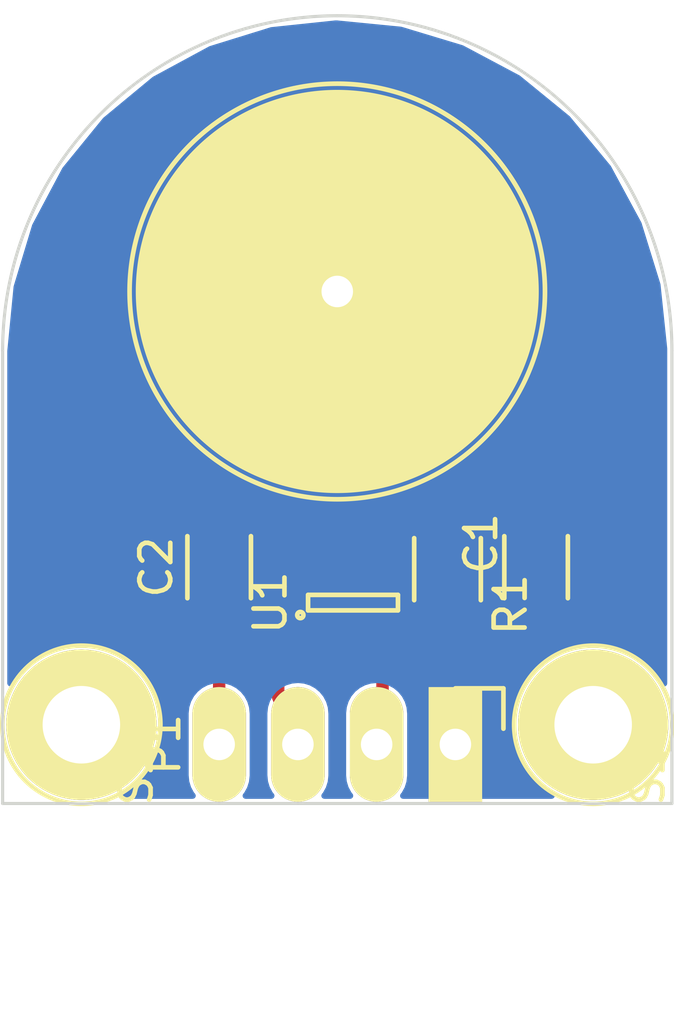
<source format=kicad_pcb>
(kicad_pcb (version 4) (host pcbnew 4.0.2+dfsg1-stable)

  (general
    (links 11)
    (no_connects 0)
    (area 27.254999 20.269999 48.945001 45.770001)
    (thickness 0.8)
    (drawings 5)
    (tracks 19)
    (zones 0)
    (modules 8)
    (nets 7)
  )

  (page A4)
  (title_block
    (title "Capasitive sensor for fpga")
    (date 2017-01-21)
    (rev 0,1)
    (company Holotronic)
  )

  (layers
    (0 F.Cu signal)
    (31 B.Cu signal hide)
    (32 B.Adhes user)
    (33 F.Adhes user)
    (34 B.Paste user)
    (35 F.Paste user)
    (36 B.SilkS user)
    (37 F.SilkS user)
    (38 B.Mask user)
    (39 F.Mask user)
    (40 Dwgs.User user)
    (41 Cmts.User user)
    (42 Eco1.User user)
    (43 Eco2.User user)
    (44 Edge.Cuts user)
    (45 Margin user)
    (46 B.CrtYd user)
    (47 F.CrtYd user)
    (48 B.Fab user)
    (49 F.Fab user)
  )

  (setup
    (last_trace_width 0.35)
    (trace_clearance 0.12)
    (zone_clearance 0.1)
    (zone_45_only no)
    (trace_min 0.35)
    (segment_width 0.2)
    (edge_width 0.1)
    (via_size 0.6)
    (via_drill 0.4)
    (via_min_size 0.4)
    (via_min_drill 0.3)
    (uvia_size 0.3)
    (uvia_drill 0.1)
    (uvias_allowed no)
    (uvia_min_size 0.2)
    (uvia_min_drill 0.1)
    (pcb_text_width 0.3)
    (pcb_text_size 1.5 1.5)
    (mod_edge_width 0.15)
    (mod_text_size 1 1)
    (mod_text_width 0.15)
    (pad_size 4.85 4.85)
    (pad_drill 2.5)
    (pad_to_mask_clearance 0)
    (aux_axis_origin 27.305 45.72)
    (grid_origin 27.305 45.72)
    (visible_elements FFFFFFFF)
    (pcbplotparams
      (layerselection 0x01000_80000001)
      (usegerberextensions false)
      (excludeedgelayer true)
      (linewidth 0.100000)
      (plotframeref false)
      (viasonmask false)
      (mode 1)
      (useauxorigin true)
      (hpglpennumber 1)
      (hpglpenspeed 20)
      (hpglpendiameter 15)
      (hpglpenoverlay 2)
      (psnegative false)
      (psa4output false)
      (plotreference false)
      (plotvalue false)
      (plotinvisibletext false)
      (padsonsilk false)
      (subtractmaskfromsilk false)
      (outputformat 1)
      (mirror false)
      (drillshape 0)
      (scaleselection 1)
      (outputdirectory gerbers6/))
  )

  (net 0 "")
  (net 1 "Net-(C1-Pad1)")
  (net 2 GND)
  (net 3 VCC)
  (net 4 "Net-(P1-Pad2)")
  (net 5 "Net-(P1-Pad3)")
  (net 6 "Net-(R1-Pad2)")

  (net_class Default "This is the default net class."
    (clearance 0.12)
    (trace_width 0.35)
    (via_dia 0.6)
    (via_drill 0.4)
    (uvia_dia 0.3)
    (uvia_drill 0.1)
    (add_net GND)
    (add_net "Net-(C1-Pad1)")
    (add_net "Net-(P1-Pad2)")
    (add_net "Net-(P1-Pad3)")
    (add_net "Net-(R1-Pad2)")
    (add_net VCC)
  )

  (module touch:Screw_2.5mm (layer F.Cu) (tedit 589E1F2E) (tstamp 589FE2B0)
    (at 29.845 43.18 90)
    (descr "module 1 pin (ou trou mecanique de percage)")
    (tags DEV)
    (path /587DAB5C)
    (fp_text reference S1 (at -1.651 1.778 90) (layer F.SilkS)
      (effects (font (size 1 1) (thickness 0.15)))
    )
    (fp_text value Screw (at -0.254 -1.524 90) (layer F.Fab)
      (effects (font (size 1 1) (thickness 0.15)))
    )
    (fp_line (start 1 0) (end -1 0) (layer F.SilkS) (width 0.15))
    (fp_line (start 0 -1) (end 0 1) (layer F.SilkS) (width 0.15))
    (fp_circle (center 0 0) (end 0 -2.55) (layer F.SilkS) (width 0.15))
    (pad 1 thru_hole circle (at 0 0 90) (size 4.85 4.85) (drill 2.5) (layers *.Cu *.Mask F.SilkS))
  )

  (module Capacitors_SMD:C_1206 (layer F.Cu) (tedit 58848921) (tstamp 587DB0B4)
    (at 44.5135 38.1 270)
    (descr "Capacitor SMD 1206, reflow soldering, AVX (see smccp.pdf)")
    (tags "capacitor 1206")
    (path /587DABD1)
    (attr smd)
    (fp_text reference C1 (at -0.762 1.778 270) (layer F.SilkS)
      (effects (font (size 1 1) (thickness 0.15)))
    )
    (fp_text value 10p (at -3.175 1.778 270) (layer F.Fab)
      (effects (font (size 1 1) (thickness 0.15)))
    )
    (fp_line (start -2.3 -1.15) (end 2.3 -1.15) (layer F.CrtYd) (width 0.05))
    (fp_line (start -2.3 1.15) (end 2.3 1.15) (layer F.CrtYd) (width 0.05))
    (fp_line (start -2.3 -1.15) (end -2.3 1.15) (layer F.CrtYd) (width 0.05))
    (fp_line (start 2.3 -1.15) (end 2.3 1.15) (layer F.CrtYd) (width 0.05))
    (fp_line (start 1 -1.025) (end -1 -1.025) (layer F.SilkS) (width 0.15))
    (fp_line (start -1 1.025) (end 1 1.025) (layer F.SilkS) (width 0.15))
    (pad 1 smd rect (at -1.5 0 270) (size 1 1.6) (layers F.Cu F.Paste F.Mask)
      (net 1 "Net-(C1-Pad1)"))
    (pad 2 smd rect (at 1.5 0 270) (size 1 1.6) (layers F.Cu F.Paste F.Mask)
      (net 2 GND))
    (model Capacitors_SMD.3dshapes/C_1206.wrl
      (at (xyz 0 0 0))
      (scale (xyz 1 1 1))
      (rotate (xyz 0 0 0))
    )
  )

  (module Capacitors_SMD:C_1206 (layer F.Cu) (tedit 58848908) (tstamp 587DB0BA)
    (at 34.29 38.1 90)
    (descr "Capacitor SMD 1206, reflow soldering, AVX (see smccp.pdf)")
    (tags "capacitor 1206")
    (path /587D87A0)
    (attr smd)
    (fp_text reference C2 (at 0 -2.032 90) (layer F.SilkS)
      (effects (font (size 1 1) (thickness 0.15)))
    )
    (fp_text value 0,1u (at 2.794 -2.032 90) (layer F.Fab)
      (effects (font (size 1 1) (thickness 0.15)))
    )
    (fp_line (start -2.3 -1.15) (end 2.3 -1.15) (layer F.CrtYd) (width 0.05))
    (fp_line (start -2.3 1.15) (end 2.3 1.15) (layer F.CrtYd) (width 0.05))
    (fp_line (start -2.3 -1.15) (end -2.3 1.15) (layer F.CrtYd) (width 0.05))
    (fp_line (start 2.3 -1.15) (end 2.3 1.15) (layer F.CrtYd) (width 0.05))
    (fp_line (start 1 -1.025) (end -1 -1.025) (layer F.SilkS) (width 0.15))
    (fp_line (start -1 1.025) (end 1 1.025) (layer F.SilkS) (width 0.15))
    (pad 1 smd rect (at -1.5 0 90) (size 1 1.6) (layers F.Cu F.Paste F.Mask)
      (net 3 VCC))
    (pad 2 smd rect (at 1.5 0 90) (size 1 1.6) (layers F.Cu F.Paste F.Mask)
      (net 2 GND))
    (model Capacitors_SMD.3dshapes/C_1206.wrl
      (at (xyz 0 0 0))
      (scale (xyz 1 1 1))
      (rotate (xyz 0 0 0))
    )
  )

  (module Resistors_SMD:R_1206 (layer F.Cu) (tedit 58848944) (tstamp 587DB0CD)
    (at 41.656 38.1635 90)
    (descr "Resistor SMD 1206, reflow soldering, Vishay (see dcrcw.pdf)")
    (tags "resistor 1206")
    (path /587DAB17)
    (attr smd)
    (fp_text reference R1 (at -1.143 2.032 90) (layer F.SilkS)
      (effects (font (size 1 1) (thickness 0.15)))
    )
    (fp_text value 2k (at 1.016 2.032 90) (layer F.Fab)
      (effects (font (size 1 1) (thickness 0.15)))
    )
    (fp_line (start -2.2 -1.2) (end 2.2 -1.2) (layer F.CrtYd) (width 0.05))
    (fp_line (start -2.2 1.2) (end 2.2 1.2) (layer F.CrtYd) (width 0.05))
    (fp_line (start -2.2 -1.2) (end -2.2 1.2) (layer F.CrtYd) (width 0.05))
    (fp_line (start 2.2 -1.2) (end 2.2 1.2) (layer F.CrtYd) (width 0.05))
    (fp_line (start 1 1.075) (end -1 1.075) (layer F.SilkS) (width 0.15))
    (fp_line (start -1 -1.075) (end 1 -1.075) (layer F.SilkS) (width 0.15))
    (pad 1 smd rect (at -1.45 0 90) (size 0.9 1.7) (layers F.Cu F.Paste F.Mask)
      (net 1 "Net-(C1-Pad1)"))
    (pad 2 smd rect (at 1.45 0 90) (size 0.9 1.7) (layers F.Cu F.Paste F.Mask)
      (net 6 "Net-(R1-Pad2)"))
    (model Resistors_SMD.3dshapes/R_1206.wrl
      (at (xyz 0 0 0))
      (scale (xyz 1 1 1))
      (rotate (xyz 0 0 0))
    )
  )

  (module TO_SOT_Packages_SMD:SOT-23-6 (layer F.Cu) (tedit 58836FBC) (tstamp 587DB167)
    (at 38.608 39.243 90)
    (descr "6-pin SOT-23 package")
    (tags SOT-23-6)
    (path /587D8557)
    (attr smd)
    (fp_text reference U1 (at 0 -2.667 90) (layer F.SilkS)
      (effects (font (size 1 1) (thickness 0.15)))
    )
    (fp_text value 74LVC2G17 (at 1.524 -1.524 270) (layer F.Fab)
      (effects (font (size 1 1) (thickness 0.15)))
    )
    (fp_circle (center -0.4 -1.7) (end -0.3 -1.7) (layer F.SilkS) (width 0.15))
    (fp_line (start 0.25 -1.45) (end -0.25 -1.45) (layer F.SilkS) (width 0.15))
    (fp_line (start 0.25 1.45) (end 0.25 -1.45) (layer F.SilkS) (width 0.15))
    (fp_line (start -0.25 1.45) (end 0.25 1.45) (layer F.SilkS) (width 0.15))
    (fp_line (start -0.25 -1.45) (end -0.25 1.45) (layer F.SilkS) (width 0.15))
    (pad 1 smd rect (at -1.1 -0.95 90) (size 1.06 0.65) (layers F.Cu F.Paste F.Mask)
      (net 1 "Net-(C1-Pad1)"))
    (pad 2 smd rect (at -1.1 0 90) (size 1.06 0.65) (layers F.Cu F.Paste F.Mask)
      (net 2 GND))
    (pad 3 smd rect (at -1.1 0.95 90) (size 1.06 0.65) (layers F.Cu F.Paste F.Mask)
      (net 4 "Net-(P1-Pad2)"))
    (pad 4 smd rect (at 1.1 0.95 90) (size 1.06 0.65) (layers F.Cu F.Paste F.Mask)
      (net 6 "Net-(R1-Pad2)"))
    (pad 6 smd rect (at 1.1 -0.95 90) (size 1.06 0.65) (layers F.Cu F.Paste F.Mask)
      (net 5 "Net-(P1-Pad3)"))
    (pad 5 smd rect (at 1.1 0 90) (size 1.06 0.65) (layers F.Cu F.Paste F.Mask)
      (net 3 VCC))
    (model TO_SOT_Packages_SMD.3dshapes/SOT-23-6.wrl
      (at (xyz 0 0 0))
      (scale (xyz 1 1 1))
      (rotate (xyz 0 0 0))
    )
  )

  (module touch:Screw_2.5mm (layer F.Cu) (tedit 589E1F3B) (tstamp 58897DE0)
    (at 46.355 43.18 90)
    (descr "module 1 pin (ou trou mecanique de percage)")
    (tags DEV)
    (path /587DAB5C)
    (fp_text reference S1 (at -1.651 1.778 90) (layer F.SilkS)
      (effects (font (size 1 1) (thickness 0.15)))
    )
    (fp_text value Screw (at -0.254 1.524 90) (layer F.Fab)
      (effects (font (size 1 1) (thickness 0.15)))
    )
    (fp_line (start 1 0) (end -1 0) (layer F.SilkS) (width 0.15))
    (fp_line (start 0 -1) (end 0 1) (layer F.SilkS) (width 0.15))
    (fp_circle (center 0 0) (end 0 -2.55) (layer F.SilkS) (width 0.15))
    (pad 1 thru_hole circle (at 0 0 90) (size 4.85 4.85) (drill 2.5) (layers *.Cu *.Mask F.SilkS))
  )

  (module touch:Pin_Header_Straight_1x04_L (layer F.Cu) (tedit 58A5C3EE) (tstamp 58844E44)
    (at 41.91 43.815 270)
    (descr "Through hole pin header")
    (tags "pin header")
    (path /587DACE7)
    (fp_text reference P1 (at 0 9.398 270) (layer F.SilkS)
      (effects (font (size 1 1) (thickness 0.15)))
    )
    (fp_text value CONN_01X04 (at 4.064 10.16 270) (layer F.Fab)
      (effects (font (size 1 1) (thickness 0.15)))
    )
    (fp_line (start -2.008 -1.75) (end -2.008 9.4) (layer F.CrtYd) (width 0.05))
    (fp_line (start 2.032 -1.75) (end 2.032 9.4) (layer F.CrtYd) (width 0.05))
    (fp_line (start -2.008 -1.75) (end 2.032 -1.75) (layer F.CrtYd) (width 0.05))
    (fp_line (start -2.008 9.4) (end 2.032 9.4) (layer F.CrtYd) (width 0.05))
    (fp_line (start -1.808 -1.55) (end -1.808 0) (layer F.SilkS) (width 0.15))
    (fp_line (start -0.508 -1.55) (end -1.808 -1.55) (layer F.SilkS) (width 0.15))
    (pad 1 thru_hole rect (at 0 0 270) (size 3.7 1.7272) (drill 1.016) (layers *.Cu *.Mask F.SilkS)
      (net 2 GND))
    (pad 2 thru_hole oval (at 0 2.54 270) (size 3.7 1.7272) (drill 1.016) (layers *.Cu *.Mask F.SilkS)
      (net 4 "Net-(P1-Pad2)"))
    (pad 3 thru_hole oval (at 0 5.08 270) (size 3.7 1.7272) (drill 1.016) (layers *.Cu *.Mask F.SilkS)
      (net 5 "Net-(P1-Pad3)"))
    (pad 4 thru_hole oval (at 0 7.62 270) (size 3.7 1.7272) (drill 1.016) (layers *.Cu *.Mask F.SilkS)
      (net 3 VCC))
    (model Pin_Headers.3dshapes/Pin_Header_Straight_1x04.wrl
      (at (xyz 0 0 0))
      (scale (xyz 1 1 1))
      (rotate (xyz 0 0 0))
    )
  )

  (module touch:1pin_pad-round_s (layer F.Cu) (tedit 589E2BB3) (tstamp 58A875B7)
    (at 38.1 29.21 90)
    (descr "module 1 pin (ou trou mecanique de percage)")
    (tags DEV)
    (path /587DAB5C)
    (fp_text reference P2 (at 3.175 0 90) (layer F.SilkS)
      (effects (font (size 1 1) (thickness 0.15)))
    )
    (fp_text value Sense_Pad (at 5.08 -2.794 90) (layer F.Fab)
      (effects (font (size 1 1) (thickness 0.15)))
    )
    (fp_circle (center 0 0) (end 0 -6.7) (layer F.SilkS) (width 0.15))
    (pad 1 thru_hole circle (at 0 0 90) (size 13 13) (drill 1.016) (layers *.Cu *.Mask F.SilkS)
      (net 1 "Net-(C1-Pad1)"))
  )

  (gr_arc (start 38.1 31.115) (end 27.305 31.115) (angle 90) (layer Edge.Cuts) (width 0.1))
  (gr_arc (start 38.1 31.115) (end 38.1 20.32) (angle 90) (layer Edge.Cuts) (width 0.1))
  (gr_line (start 27.305 31.115) (end 27.305 45.72) (angle 90) (layer Edge.Cuts) (width 0.1))
  (gr_line (start 48.895 45.72) (end 48.895 31.115) (angle 90) (layer Edge.Cuts) (width 0.1))
  (gr_line (start 27.305 45.72) (end 48.895 45.72) (angle 90) (layer Edge.Cuts) (width 0.1))

  (segment (start 44.5135 36.6) (end 44.5135 35.6235) (width 0.35) (layer F.Cu) (net 1))
  (segment (start 44.5135 35.6235) (end 38.1 29.21) (width 0.35) (layer F.Cu) (net 1) (tstamp 589FE520))
  (segment (start 41.656 39.6135) (end 41.656 39.4575) (width 0.35) (layer F.Cu) (net 1))
  (segment (start 41.656 39.4575) (end 44.5135 36.6) (width 0.35) (layer F.Cu) (net 1) (tstamp 589FE51D))
  (segment (start 37.658 40.343) (end 37.973 39.497) (width 0.35) (layer F.Cu) (net 1) (status 10))
  (segment (start 41.001498 38.97122) (end 41.9735 39.5365) (width 0.35) (layer F.Cu) (net 1) (tstamp 587DB815) (status 20))
  (segment (start 38.481 38.989) (end 41.001498 38.97122) (width 0.35) (layer F.Cu) (net 1) (tstamp 587DB808))
  (segment (start 37.973 39.497) (end 38.481 38.989) (width 0.35) (layer F.Cu) (net 1) (tstamp 587DB800))
  (segment (start 38.608 38.143) (end 38.481 37.084) (width 0.4) (layer F.Cu) (net 3) (status 10))
  (segment (start 36.9076 36.9824) (end 34.29 39.6) (width 0.4) (layer F.Cu) (net 3) (tstamp 587DB7AA) (status 20))
  (segment (start 38.481 37.084) (end 38.1 36.957) (width 0.4) (layer F.Cu) (net 3) (tstamp 587DB796))
  (segment (start 34.29 39.6) (end 34.29 43.815) (width 0.4) (layer F.Cu) (net 3) (status 10))
  (segment (start 38.1 36.957) (end 36.9076 36.9824) (width 0.4) (layer F.Cu) (net 3) (tstamp 587DB7A3))
  (segment (start 39.5605 42.799) (end 39.558 40.343) (width 0.4) (layer F.Cu) (net 4) (tstamp 587DB768) (status 20))
  (segment (start 36.195 39.624) (end 36.195 42.291) (width 0.4) (layer F.Cu) (net 5) (tstamp 587DB782))
  (segment (start 36.195 42.291) (end 36.83 43.815) (width 0.4) (layer F.Cu) (net 5) (tstamp 589FE47F))
  (segment (start 37.658 38.143) (end 36.195 39.624) (width 0.4) (layer F.Cu) (net 5) (status 10))
  (segment (start 39.558 38.143) (end 40.29 38.143) (width 0.35) (layer F.Cu) (net 6))
  (segment (start 40.29 38.143) (end 41.656 36.7135) (width 0.35) (layer F.Cu) (net 6) (tstamp 589FE4F3) (status 20))

  (zone (net 2) (net_name GND) (layer F.Cu) (tstamp 589FE2DB) (hatch edge 0.508)
    (connect_pads (clearance 0.18))
    (min_thickness 0.27)
    (fill yes (arc_segments 32) (thermal_gap 0.108) (thermal_bridge_width 0.408))
    (polygon
      (pts
        (xy 48.895 20.32) (xy 48.895 45.72) (xy 27.305 45.72) (xy 27.305 19.812) (xy 48.895 19.812)
      )
    )
    (filled_polygon
      (pts
        (xy 40.125522 20.885354) (xy 42.073899 21.473605) (xy 43.870904 22.429088) (xy 45.448101 23.715419) (xy 46.74541 25.283596)
        (xy 47.713419 27.073891) (xy 48.315256 29.018113) (xy 48.529804 31.059404) (xy 48.53 31.1157) (xy 48.53 41.502139)
        (xy 48.488622 41.43986) (xy 48.109993 41.058578) (xy 47.664516 40.758101) (xy 47.169161 40.549872) (xy 46.642794 40.441825)
        (xy 46.105465 40.438073) (xy 45.577641 40.538761) (xy 45.079426 40.740053) (xy 44.629798 41.034282) (xy 44.245882 41.41024)
        (xy 43.942302 41.853608) (xy 43.73062 42.347498) (xy 43.618901 42.873097) (xy 43.611398 43.410387) (xy 43.708399 43.938901)
        (xy 43.906207 44.438509) (xy 44.19729 44.89018) (xy 44.570559 45.276711) (xy 44.683202 45.355) (xy 43.0166 45.355)
        (xy 43.0166 43.94475) (xy 42.95585 43.884) (xy 41.979 43.884) (xy 41.979 43.904) (xy 41.841 43.904)
        (xy 41.841 43.884) (xy 40.86415 43.884) (xy 40.8034 43.94475) (xy 40.8034 45.355) (xy 40.409959 45.355)
        (xy 40.453293 45.276176) (xy 40.522845 45.056921) (xy 40.548485 44.828332) (xy 40.5486 44.811876) (xy 40.5486 42.818124)
        (xy 40.526154 42.589199) (xy 40.45967 42.368994) (xy 40.351681 42.165897) (xy 40.2063 41.987642) (xy 40.150001 41.941067)
        (xy 40.8034 41.941067) (xy 40.8034 43.68525) (xy 40.86415 43.746) (xy 41.841 43.746) (xy 41.841 41.78275)
        (xy 41.979 41.78275) (xy 41.979 43.746) (xy 42.95585 43.746) (xy 43.0166 43.68525) (xy 43.0166 41.941067)
        (xy 43.007262 41.89412) (xy 42.988944 41.849897) (xy 42.962351 41.810097) (xy 42.928504 41.77625) (xy 42.888704 41.749656)
        (xy 42.844481 41.731339) (xy 42.797534 41.722) (xy 42.03975 41.722) (xy 41.979 41.78275) (xy 41.841 41.78275)
        (xy 41.78025 41.722) (xy 41.022466 41.722) (xy 40.975519 41.731339) (xy 40.931296 41.749656) (xy 40.891496 41.77625)
        (xy 40.857649 41.810097) (xy 40.831056 41.849897) (xy 40.812738 41.89412) (xy 40.8034 41.941067) (xy 40.150001 41.941067)
        (xy 40.074564 41.87866) (xy 40.073794 41.122571) (xy 40.092616 41.110168) (xy 40.15039 41.042381) (xy 40.186993 40.961181)
        (xy 40.199524 40.873) (xy 40.199524 39.813) (xy 40.195524 39.762837) (xy 40.169176 39.677756) (xy 40.120168 39.603384)
        (xy 40.052381 39.54561) (xy 39.971181 39.509007) (xy 39.883 39.496476) (xy 39.233 39.496476) (xy 39.182837 39.500476)
        (xy 39.097756 39.526824) (xy 39.023384 39.575832) (xy 39.016086 39.584394) (xy 39.003881 39.579339) (xy 38.956934 39.57)
        (xy 38.73775 39.57) (xy 38.677 39.63075) (xy 38.677 40.274) (xy 38.697 40.274) (xy 38.697 40.412)
        (xy 38.677 40.412) (xy 38.677 41.05525) (xy 38.73775 41.116) (xy 38.956934 41.116) (xy 39.003881 41.106661)
        (xy 39.01745 41.101041) (xy 39.043794 41.123493) (xy 39.044372 41.691239) (xy 38.928489 41.725345) (xy 38.724642 41.831914)
        (xy 38.545377 41.976046) (xy 38.397521 42.152254) (xy 38.286707 42.353824) (xy 38.217155 42.573079) (xy 38.191515 42.801668)
        (xy 38.1914 42.818124) (xy 38.1914 44.811876) (xy 38.213846 45.040801) (xy 38.28033 45.261006) (xy 38.330308 45.355)
        (xy 37.869959 45.355) (xy 37.913293 45.276176) (xy 37.982845 45.056921) (xy 38.008485 44.828332) (xy 38.0086 44.811876)
        (xy 38.0086 42.818124) (xy 37.986154 42.589199) (xy 37.91967 42.368994) (xy 37.811681 42.165897) (xy 37.6663 41.987642)
        (xy 37.489065 41.84102) (xy 37.286726 41.731616) (xy 37.06699 41.663597) (xy 36.838228 41.639553) (xy 36.71 41.651222)
        (xy 36.71 39.835478) (xy 37.545672 38.989524) (xy 37.787512 38.989524) (xy 37.626518 39.150518) (xy 37.622766 39.155085)
        (xy 37.618288 39.158948) (xy 37.592441 39.192004) (xy 37.565818 39.224415) (xy 37.563025 39.229624) (xy 37.559382 39.234283)
        (xy 37.540455 39.271716) (xy 37.520627 39.308695) (xy 37.518897 39.314353) (xy 37.516231 39.319626) (xy 37.513798 39.326021)
        (xy 37.450331 39.496476) (xy 37.333 39.496476) (xy 37.282837 39.500476) (xy 37.197756 39.526824) (xy 37.123384 39.575832)
        (xy 37.06561 39.643619) (xy 37.029007 39.724819) (xy 37.016476 39.813) (xy 37.016476 40.873) (xy 37.020476 40.923163)
        (xy 37.046824 41.008244) (xy 37.095832 41.082616) (xy 37.163619 41.14039) (xy 37.244819 41.176993) (xy 37.333 41.189524)
        (xy 37.983 41.189524) (xy 38.033163 41.185524) (xy 38.118244 41.159176) (xy 38.192616 41.110168) (xy 38.199914 41.101606)
        (xy 38.212119 41.106661) (xy 38.259066 41.116) (xy 38.47825 41.116) (xy 38.539 41.05525) (xy 38.539 40.412)
        (xy 38.519 40.412) (xy 38.519 40.274) (xy 38.539 40.274) (xy 38.539 39.63075) (xy 38.535607 39.627357)
        (xy 38.685394 39.477571) (xy 40.489476 39.464844) (xy 40.489476 40.0635) (xy 40.493476 40.113663) (xy 40.519824 40.198744)
        (xy 40.568832 40.273116) (xy 40.636619 40.33089) (xy 40.717819 40.367493) (xy 40.806 40.380024) (xy 42.506 40.380024)
        (xy 42.556163 40.376024) (xy 42.641244 40.349676) (xy 42.715616 40.300668) (xy 42.77339 40.232881) (xy 42.809993 40.151681)
        (xy 42.822524 40.0635) (xy 42.822524 39.72975) (xy 43.4705 39.72975) (xy 43.4705 40.123933) (xy 43.479838 40.17088)
        (xy 43.498156 40.215103) (xy 43.524749 40.254903) (xy 43.558596 40.28875) (xy 43.598396 40.315344) (xy 43.642619 40.333661)
        (xy 43.689566 40.343) (xy 44.38375 40.343) (xy 44.4445 40.28225) (xy 44.4445 39.669) (xy 44.5825 39.669)
        (xy 44.5825 40.28225) (xy 44.64325 40.343) (xy 45.337434 40.343) (xy 45.384381 40.333661) (xy 45.428604 40.315344)
        (xy 45.468404 40.28875) (xy 45.502251 40.254903) (xy 45.528844 40.215103) (xy 45.547162 40.17088) (xy 45.5565 40.123933)
        (xy 45.5565 39.72975) (xy 45.49575 39.669) (xy 44.5825 39.669) (xy 44.4445 39.669) (xy 43.53125 39.669)
        (xy 43.4705 39.72975) (xy 42.822524 39.72975) (xy 42.822524 39.1635) (xy 42.818524 39.113337) (xy 42.806983 39.076067)
        (xy 43.4705 39.076067) (xy 43.4705 39.47025) (xy 43.53125 39.531) (xy 44.4445 39.531) (xy 44.4445 38.91775)
        (xy 44.5825 38.91775) (xy 44.5825 39.531) (xy 45.49575 39.531) (xy 45.5565 39.47025) (xy 45.5565 39.076067)
        (xy 45.547162 39.02912) (xy 45.528844 38.984897) (xy 45.502251 38.945097) (xy 45.468404 38.91125) (xy 45.428604 38.884656)
        (xy 45.384381 38.866339) (xy 45.337434 38.857) (xy 44.64325 38.857) (xy 44.5825 38.91775) (xy 44.4445 38.91775)
        (xy 44.38375 38.857) (xy 43.689566 38.857) (xy 43.642619 38.866339) (xy 43.598396 38.884656) (xy 43.558596 38.91125)
        (xy 43.524749 38.945097) (xy 43.498156 38.984897) (xy 43.479838 39.02912) (xy 43.4705 39.076067) (xy 42.806983 39.076067)
        (xy 42.792176 39.028256) (xy 42.786628 39.019836) (xy 44.389941 37.416524) (xy 45.3135 37.416524) (xy 45.363663 37.412524)
        (xy 45.448744 37.386176) (xy 45.523116 37.337168) (xy 45.58089 37.269381) (xy 45.617493 37.188181) (xy 45.630024 37.1)
        (xy 45.630024 36.1) (xy 45.626024 36.049837) (xy 45.599676 35.964756) (xy 45.550668 35.890384) (xy 45.482881 35.83261)
        (xy 45.401681 35.796007) (xy 45.3135 35.783476) (xy 45.0035 35.783476) (xy 45.0035 35.6235) (xy 44.99909 35.578523)
        (xy 44.995139 35.533364) (xy 44.994419 35.530886) (xy 44.994168 35.528325) (xy 44.981084 35.484988) (xy 44.968458 35.441531)
        (xy 44.967274 35.439247) (xy 44.966528 35.436776) (xy 44.945264 35.396785) (xy 44.924449 35.356628) (xy 44.922841 35.354614)
        (xy 44.921631 35.352338) (xy 44.893006 35.31724) (xy 44.864786 35.281889) (xy 44.861252 35.278305) (xy 44.86119 35.278229)
        (xy 44.86112 35.278171) (xy 44.859983 35.277018) (xy 39.416524 29.83356) (xy 39.416524 27.71) (xy 39.412524 27.659837)
        (xy 39.386176 27.574756) (xy 39.337168 27.500384) (xy 39.269381 27.44261) (xy 39.188181 27.406007) (xy 39.1 27.393476)
        (xy 37.1 27.393476) (xy 37.049837 27.397476) (xy 36.964756 27.423824) (xy 36.890384 27.472832) (xy 36.83261 27.540619)
        (xy 36.796007 27.621819) (xy 36.783476 27.71) (xy 36.783476 30.71) (xy 36.787476 30.760163) (xy 36.813824 30.845244)
        (xy 36.862832 30.919616) (xy 36.930619 30.97739) (xy 37.011819 31.013993) (xy 37.1 31.026524) (xy 39.1 31.026524)
        (xy 39.150163 31.022524) (xy 39.203151 31.006115) (xy 43.980511 35.783476) (xy 43.7135 35.783476) (xy 43.663337 35.787476)
        (xy 43.578256 35.813824) (xy 43.503884 35.862832) (xy 43.44611 35.930619) (xy 43.409507 36.011819) (xy 43.396976 36.1)
        (xy 43.396976 37.023559) (xy 41.643051 38.777485) (xy 41.247835 38.547642) (xy 41.219122 38.534508) (xy 41.191349 38.519494)
        (xy 41.175736 38.514662) (xy 41.16087 38.507862) (xy 41.130151 38.500554) (xy 41.099992 38.491221) (xy 41.083739 38.489514)
        (xy 41.067836 38.485731) (xy 41.036282 38.48453) (xy 41.004883 38.481232) (xy 40.998042 38.481232) (xy 40.642111 38.483743)
        (xy 40.644261 38.481525) (xy 41.601274 37.480024) (xy 42.506 37.480024) (xy 42.556163 37.476024) (xy 42.641244 37.449676)
        (xy 42.715616 37.400668) (xy 42.77339 37.332881) (xy 42.809993 37.251681) (xy 42.822524 37.1635) (xy 42.822524 36.2635)
        (xy 42.818524 36.213337) (xy 42.792176 36.128256) (xy 42.743168 36.053884) (xy 42.675381 35.99611) (xy 42.594181 35.959507)
        (xy 42.506 35.946976) (xy 40.806 35.946976) (xy 40.755837 35.950976) (xy 40.670756 35.977324) (xy 40.596384 36.026332)
        (xy 40.53861 36.094119) (xy 40.502007 36.175319) (xy 40.489476 36.2635) (xy 40.489476 37.1635) (xy 40.493476 37.213663)
        (xy 40.495148 37.219061) (xy 40.188455 37.540011) (xy 40.169176 37.477756) (xy 40.120168 37.403384) (xy 40.052381 37.34561)
        (xy 39.971181 37.309007) (xy 39.883 37.296476) (xy 39.233 37.296476) (xy 39.182837 37.300476) (xy 39.097756 37.326824)
        (xy 39.082706 37.336741) (xy 39.026988 37.311625) (xy 38.992336 37.022678) (xy 38.984665 36.9879) (xy 38.978994 36.952749)
        (xy 38.973863 36.938926) (xy 38.970687 36.924527) (xy 38.956406 36.891899) (xy 38.944016 36.858521) (xy 38.9363 36.845961)
        (xy 38.930386 36.83245) (xy 38.910037 36.803213) (xy 38.891402 36.772882) (xy 38.881392 36.762059) (xy 38.872967 36.749954)
        (xy 38.847336 36.725236) (xy 38.823157 36.699092) (xy 38.811232 36.690417) (xy 38.80062 36.680183) (xy 38.770675 36.660914)
        (xy 38.741878 36.639965) (xy 38.728495 36.633771) (xy 38.716097 36.625793) (xy 38.682983 36.612707) (xy 38.650663 36.597749)
        (xy 38.643857 36.595428) (xy 38.262857 36.468428) (xy 38.229318 36.460786) (xy 38.196322 36.451088) (xy 38.180426 36.449647)
        (xy 38.164858 36.4461) (xy 38.130472 36.445119) (xy 38.096222 36.442014) (xy 38.089032 36.442117) (xy 36.896632 36.467517)
        (xy 36.854799 36.47252) (xy 36.812865 36.476189) (xy 36.804987 36.478478) (xy 36.796833 36.479453) (xy 36.756773 36.492485)
        (xy 36.716345 36.50423) (xy 36.70906 36.508006) (xy 36.701253 36.510546) (xy 36.664493 36.531108) (xy 36.627111 36.550485)
        (xy 36.620697 36.555605) (xy 36.613532 36.559613) (xy 36.581466 36.586923) (xy 36.54856 36.613191) (xy 36.54344 36.61824)
        (xy 34.378204 38.783476) (xy 33.49 38.783476) (xy 33.439837 38.787476) (xy 33.354756 38.813824) (xy 33.280384 38.862832)
        (xy 33.22261 38.930619) (xy 33.186007 39.011819) (xy 33.173476 39.1) (xy 33.173476 40.1) (xy 33.177476 40.150163)
        (xy 33.203824 40.235244) (xy 33.252832 40.309616) (xy 33.320619 40.36739) (xy 33.401819 40.403993) (xy 33.49 40.416524)
        (xy 33.775 40.416524) (xy 33.775 41.763764) (xy 33.644642 41.831914) (xy 33.465377 41.976046) (xy 33.317521 42.152254)
        (xy 33.206707 42.353824) (xy 33.137155 42.573079) (xy 33.111515 42.801668) (xy 33.1114 42.818124) (xy 33.1114 44.811876)
        (xy 33.133846 45.040801) (xy 33.20033 45.261006) (xy 33.250308 45.355) (xy 31.531561 45.355) (xy 31.540075 45.349597)
        (xy 31.929203 44.979036) (xy 32.238944 44.539949) (xy 32.4575 44.049063) (xy 32.576548 43.525075) (xy 32.585118 42.911329)
        (xy 32.480748 42.384221) (xy 32.275983 41.887424) (xy 31.978622 41.43986) (xy 31.599993 41.058578) (xy 31.154516 40.758101)
        (xy 30.659161 40.549872) (xy 30.132794 40.441825) (xy 29.595465 40.438073) (xy 29.067641 40.538761) (xy 28.569426 40.740053)
        (xy 28.119798 41.034282) (xy 27.735882 41.41024) (xy 27.67 41.506458) (xy 27.67 36.72975) (xy 33.247 36.72975)
        (xy 33.247 37.123933) (xy 33.256338 37.17088) (xy 33.274656 37.215103) (xy 33.301249 37.254903) (xy 33.335096 37.28875)
        (xy 33.374896 37.315344) (xy 33.419119 37.333661) (xy 33.466066 37.343) (xy 34.16025 37.343) (xy 34.221 37.28225)
        (xy 34.221 36.669) (xy 34.359 36.669) (xy 34.359 37.28225) (xy 34.41975 37.343) (xy 35.113934 37.343)
        (xy 35.160881 37.333661) (xy 35.205104 37.315344) (xy 35.244904 37.28875) (xy 35.278751 37.254903) (xy 35.305344 37.215103)
        (xy 35.323662 37.17088) (xy 35.333 37.123933) (xy 35.333 36.72975) (xy 35.27225 36.669) (xy 34.359 36.669)
        (xy 34.221 36.669) (xy 33.30775 36.669) (xy 33.247 36.72975) (xy 27.67 36.72975) (xy 27.67 36.076067)
        (xy 33.247 36.076067) (xy 33.247 36.47025) (xy 33.30775 36.531) (xy 34.221 36.531) (xy 34.221 35.91775)
        (xy 34.359 35.91775) (xy 34.359 36.531) (xy 35.27225 36.531) (xy 35.333 36.47025) (xy 35.333 36.076067)
        (xy 35.323662 36.02912) (xy 35.305344 35.984897) (xy 35.278751 35.945097) (xy 35.244904 35.91125) (xy 35.205104 35.884656)
        (xy 35.160881 35.866339) (xy 35.113934 35.857) (xy 34.41975 35.857) (xy 34.359 35.91775) (xy 34.221 35.91775)
        (xy 34.16025 35.857) (xy 33.466066 35.857) (xy 33.419119 35.866339) (xy 33.374896 35.884656) (xy 33.335096 35.91125)
        (xy 33.301249 35.945097) (xy 33.274656 35.984897) (xy 33.256338 36.02912) (xy 33.247 36.076067) (xy 27.67 36.076067)
        (xy 27.67 31.132852) (xy 27.870354 29.089478) (xy 28.458605 27.141101) (xy 29.414088 25.344096) (xy 30.700419 23.766899)
        (xy 32.268596 22.46959) (xy 34.058891 21.501581) (xy 36.003113 20.899744) (xy 38.044404 20.685196) (xy 38.082786 20.685063)
      )
    )
  )
  (zone (net 2) (net_name GND) (layer B.Cu) (tstamp 589FE3CF) (hatch edge 0.508)
    (connect_pads yes (clearance 0.1))
    (min_thickness 0.2)
    (fill yes (arc_segments 32) (thermal_gap 0.108) (thermal_bridge_width 0.408))
    (polygon
      (pts
        (xy 48.895 20.32) (xy 48.895 45.72) (xy 27.305 45.72) (xy 27.305 19.812) (xy 48.895 19.812)
      )
    )
    (filled_polygon
      (pts
        (xy 40.147969 20.772004) (xy 42.11793 21.366771) (xy 43.934853 22.332845) (xy 45.529523 23.633427) (xy 46.841209 25.218985)
        (xy 47.819941 27.02911) (xy 48.428448 28.994879) (xy 48.644783 31.053184) (xy 48.645 31.115299) (xy 48.645 41.846905)
        (xy 48.414646 41.500194) (xy 48.049144 41.132131) (xy 47.619113 40.842072) (xy 47.140932 40.641063) (xy 46.632816 40.536762)
        (xy 46.114117 40.53314) (xy 45.604593 40.630337) (xy 45.123653 40.82465) (xy 44.689614 41.108677) (xy 44.319009 41.4716)
        (xy 44.025954 41.899596) (xy 43.821612 42.376362) (xy 43.713766 42.883738) (xy 43.706523 43.402399) (xy 43.800161 43.912588)
        (xy 43.991111 44.394874) (xy 44.272101 44.830885) (xy 44.632428 45.204015) (xy 45.01513 45.47) (xy 40.225171 45.47)
        (xy 40.264093 45.423614) (xy 40.365975 45.238291) (xy 40.429921 45.036709) (xy 40.453494 44.826545) (xy 40.4536 44.811416)
        (xy 40.4536 42.818584) (xy 40.432963 42.608112) (xy 40.371838 42.405656) (xy 40.272553 42.218929) (xy 40.138891 42.055042)
        (xy 39.975941 41.920239) (xy 39.789912 41.819653) (xy 39.587888 41.757116) (xy 39.377565 41.73501) (xy 39.166954 41.754178)
        (xy 38.964076 41.813888) (xy 38.77666 41.911866) (xy 38.611845 42.044381) (xy 38.475907 42.206386) (xy 38.374025 42.391709)
        (xy 38.310079 42.593291) (xy 38.286506 42.803455) (xy 38.2864 42.818584) (xy 38.2864 44.811416) (xy 38.307037 45.021888)
        (xy 38.368162 45.224344) (xy 38.467447 45.411071) (xy 38.515508 45.47) (xy 37.685171 45.47) (xy 37.724093 45.423614)
        (xy 37.825975 45.238291) (xy 37.889921 45.036709) (xy 37.913494 44.826545) (xy 37.9136 44.811416) (xy 37.9136 42.818584)
        (xy 37.892963 42.608112) (xy 37.831838 42.405656) (xy 37.732553 42.218929) (xy 37.598891 42.055042) (xy 37.435941 41.920239)
        (xy 37.249912 41.819653) (xy 37.047888 41.757116) (xy 36.837565 41.73501) (xy 36.626954 41.754178) (xy 36.424076 41.813888)
        (xy 36.23666 41.911866) (xy 36.071845 42.044381) (xy 35.935907 42.206386) (xy 35.834025 42.391709) (xy 35.770079 42.593291)
        (xy 35.746506 42.803455) (xy 35.7464 42.818584) (xy 35.7464 44.811416) (xy 35.767037 45.021888) (xy 35.828162 45.224344)
        (xy 35.927447 45.411071) (xy 35.975508 45.47) (xy 35.145171 45.47) (xy 35.184093 45.423614) (xy 35.285975 45.238291)
        (xy 35.349921 45.036709) (xy 35.373494 44.826545) (xy 35.3736 44.811416) (xy 35.3736 42.818584) (xy 35.352963 42.608112)
        (xy 35.291838 42.405656) (xy 35.192553 42.218929) (xy 35.058891 42.055042) (xy 34.895941 41.920239) (xy 34.709912 41.819653)
        (xy 34.507888 41.757116) (xy 34.297565 41.73501) (xy 34.086954 41.754178) (xy 33.884076 41.813888) (xy 33.69666 41.911866)
        (xy 33.531845 42.044381) (xy 33.395907 42.206386) (xy 33.294025 42.391709) (xy 33.230079 42.593291) (xy 33.206506 42.803455)
        (xy 33.2064 42.818584) (xy 33.2064 44.811416) (xy 33.227037 45.021888) (xy 33.288162 45.224344) (xy 33.387447 45.411071)
        (xy 33.435508 45.47) (xy 31.173045 45.47) (xy 31.481304 45.274373) (xy 31.85694 44.91666) (xy 32.155942 44.492798)
        (xy 32.366921 44.018931) (xy 32.48184 43.51311) (xy 32.490113 42.920644) (xy 32.389362 42.411812) (xy 32.191696 41.932239)
        (xy 31.904646 41.500194) (xy 31.539144 41.132131) (xy 31.109113 40.842072) (xy 30.630932 40.641063) (xy 30.122816 40.536762)
        (xy 29.604117 40.53314) (xy 29.094593 40.630337) (xy 28.613653 40.82465) (xy 28.179614 41.108677) (xy 27.809009 41.4716)
        (xy 27.555 41.842571) (xy 27.555 31.127229) (xy 27.757004 29.067031) (xy 28.166716 27.71) (xy 36.878936 27.71)
        (xy 36.878936 30.71) (xy 36.88173 30.745034) (xy 36.900132 30.804456) (xy 36.934359 30.856398) (xy 36.981703 30.896749)
        (xy 37.038413 30.922312) (xy 37.1 30.931064) (xy 39.1 30.931064) (xy 39.135034 30.92827) (xy 39.194456 30.909868)
        (xy 39.246398 30.875641) (xy 39.286749 30.828297) (xy 39.312312 30.771587) (xy 39.321064 30.71) (xy 39.321064 27.71)
        (xy 39.31827 27.674966) (xy 39.299868 27.615544) (xy 39.265641 27.563602) (xy 39.218297 27.523251) (xy 39.161587 27.497688)
        (xy 39.1 27.488936) (xy 37.1 27.488936) (xy 37.064966 27.49173) (xy 37.005544 27.510132) (xy 36.953602 27.544359)
        (xy 36.913251 27.591703) (xy 36.887688 27.648413) (xy 36.878936 27.71) (xy 28.166716 27.71) (xy 28.351771 27.09707)
        (xy 29.317845 25.280147) (xy 30.618427 23.685477) (xy 32.203985 22.373791) (xy 34.01411 21.395059) (xy 35.979879 20.786552)
        (xy 38.038184 20.570217) (xy 38.088202 20.570042)
      )
    )
  )
)

</source>
